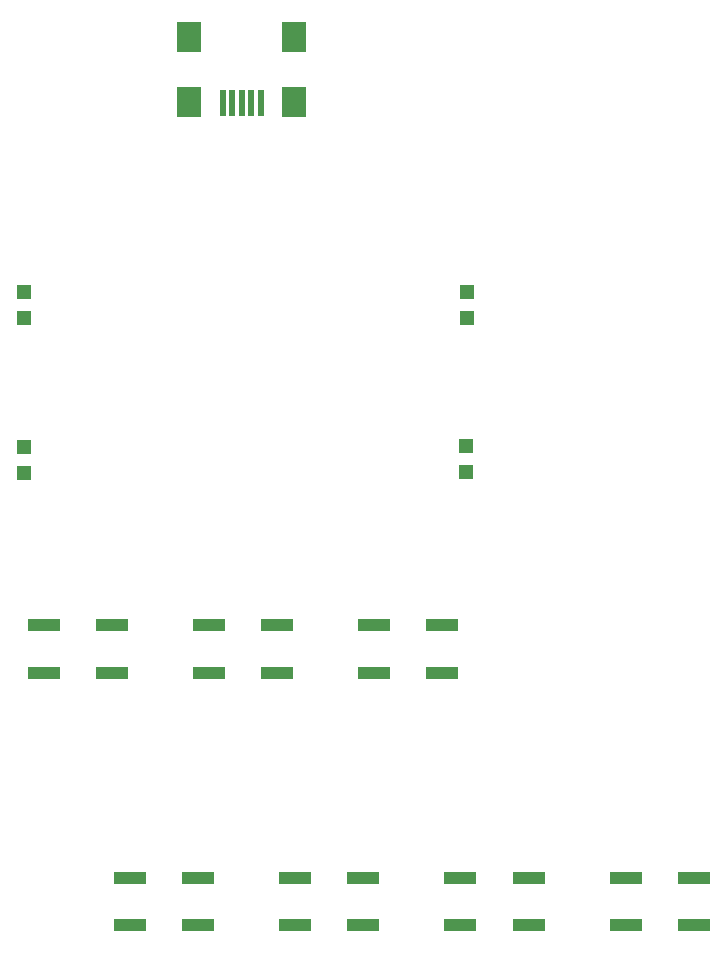
<source format=gtp>
G04 #@! TF.FileFunction,Paste,Top*
%FSLAX46Y46*%
G04 Gerber Fmt 4.6, Leading zero omitted, Abs format (unit mm)*
G04 Created by KiCad (PCBNEW 4.0.7-e1-6374~58~ubuntu16.04.1) date Sat Aug 19 03:02:01 2017*
%MOMM*%
%LPD*%
G01*
G04 APERTURE LIST*
%ADD10C,0.100000*%
%ADD11R,0.500000X2.300000*%
%ADD12R,2.000000X2.500000*%
%ADD13R,1.200000X1.200000*%
%ADD14R,2.750000X1.000000*%
G04 APERTURE END LIST*
D10*
D11*
X137500000Y-66500000D03*
X136700000Y-66500000D03*
X135900000Y-66500000D03*
X135100000Y-66500000D03*
X134300000Y-66500000D03*
D12*
X140350000Y-66400000D03*
X140350000Y-60900000D03*
X131450000Y-66400000D03*
X131450000Y-60900000D03*
D13*
X117500000Y-84700000D03*
X117500000Y-82500000D03*
X155000000Y-84700000D03*
X155000000Y-82500000D03*
X117500000Y-97800000D03*
X117500000Y-95600000D03*
X154900000Y-97700000D03*
X154900000Y-95500000D03*
D14*
X124880000Y-110700000D03*
X119120000Y-110700000D03*
X119120000Y-114700000D03*
X124880000Y-114700000D03*
X138880000Y-110700000D03*
X133120000Y-110700000D03*
X133120000Y-114700000D03*
X138880000Y-114700000D03*
X152880000Y-110700000D03*
X147120000Y-110700000D03*
X147120000Y-114700000D03*
X152880000Y-114700000D03*
X132180000Y-132100000D03*
X126420000Y-132100000D03*
X126420000Y-136100000D03*
X132180000Y-136100000D03*
X146180000Y-132100000D03*
X140420000Y-132100000D03*
X140420000Y-136100000D03*
X146180000Y-136100000D03*
X160180000Y-132100000D03*
X154420000Y-132100000D03*
X154420000Y-136100000D03*
X160180000Y-136100000D03*
X174180000Y-132100000D03*
X168420000Y-132100000D03*
X168420000Y-136100000D03*
X174180000Y-136100000D03*
M02*

</source>
